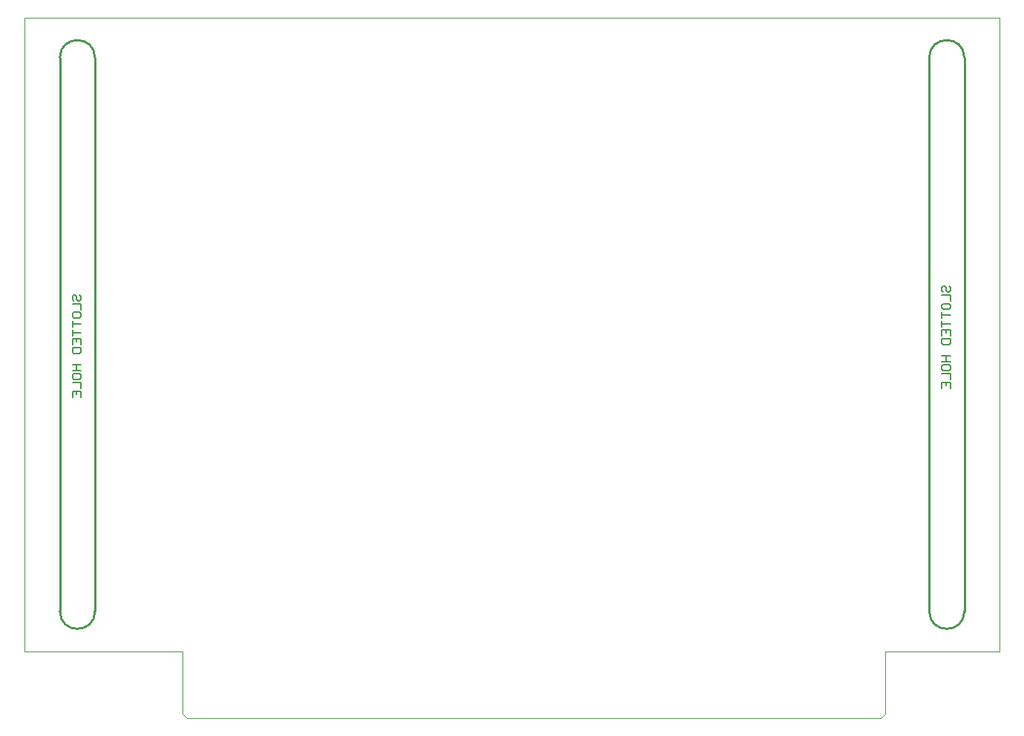
<source format=gm1>
G04*
G04 #@! TF.GenerationSoftware,Altium Limited,Altium Designer,22.7.1 (60)*
G04*
G04 Layer_Color=16711935*
%FSLAX25Y25*%
%MOIN*%
G70*
G04*
G04 #@! TF.SameCoordinates,2523DF05-C556-4EAC-BD35-470FC2708FD3*
G04*
G04*
G04 #@! TF.FilePolarity,Positive*
G04*
G01*
G75*
%ADD15C,0.01000*%
%ADD26C,0.00394*%
%ADD27C,0.00709*%
D15*
X422047Y267000D02*
G03*
X406299Y267000I-7874J0D01*
G01*
Y18000D02*
G03*
X422047Y18000I7874J0D01*
G01*
X15748D02*
G03*
X31496Y18000I7874J0D01*
G01*
Y267000D02*
G03*
X15748Y267000I-7874J0D01*
G01*
X422047Y18000D02*
Y267000D01*
X406299Y18000D02*
Y267000D01*
X15748Y18000D02*
Y267000D01*
X31496Y18000D02*
Y267000D01*
D26*
X72852Y-30000D02*
X384631D01*
X70866Y-28015D02*
X72852Y-30000D01*
X70866Y-28015D02*
Y0D01*
X0D02*
X70866D01*
X0D02*
Y285000D01*
X437795D01*
Y0D02*
Y285000D01*
X386614Y0D02*
X437795D01*
X386614Y-28017D02*
Y0D01*
X384631Y-30000D02*
X386614Y-28017D01*
D27*
X412525Y161651D02*
X411868Y162306D01*
Y163618D01*
X412525Y164274D01*
X413180D01*
X413836Y163618D01*
Y162306D01*
X414492Y161651D01*
X415148D01*
X415804Y162306D01*
Y163618D01*
X415148Y164274D01*
X411868Y160338D02*
X415804D01*
Y157715D01*
X411868Y154435D02*
Y155747D01*
X412525Y156403D01*
X415148D01*
X415804Y155747D01*
Y154435D01*
X415148Y153779D01*
X412525D01*
X411868Y154435D01*
Y152467D02*
Y149843D01*
Y151155D01*
X415804D01*
X411868Y148531D02*
Y145907D01*
Y147219D01*
X415804D01*
X411868Y141972D02*
Y144596D01*
X415804D01*
Y141972D01*
X413836Y144596D02*
Y143284D01*
X411868Y140660D02*
X415804D01*
Y138692D01*
X415148Y138036D01*
X412525D01*
X411868Y138692D01*
Y140660D01*
Y132788D02*
X415804D01*
X413836D01*
Y130165D01*
X411868D01*
X415804D01*
X411868Y126885D02*
Y128197D01*
X412525Y128853D01*
X415148D01*
X415804Y128197D01*
Y126885D01*
X415148Y126229D01*
X412525D01*
X411868Y126885D01*
Y124917D02*
X415804D01*
Y122293D01*
X411868Y118357D02*
Y120981D01*
X415804D01*
Y118357D01*
X413836Y120981D02*
Y119669D01*
X22012Y157668D02*
X21356Y158324D01*
Y159635D01*
X22012Y160291D01*
X22668D01*
X23324Y159635D01*
Y158324D01*
X23979Y157668D01*
X24635D01*
X25291Y158324D01*
Y159635D01*
X24635Y160291D01*
X21356Y156356D02*
X25291D01*
Y153732D01*
X21356Y150452D02*
Y151764D01*
X22012Y152420D01*
X24635D01*
X25291Y151764D01*
Y150452D01*
X24635Y149796D01*
X22012D01*
X21356Y150452D01*
Y148484D02*
Y145860D01*
Y147172D01*
X25291D01*
X21356Y144548D02*
Y141925D01*
Y143236D01*
X25291D01*
X21356Y137989D02*
Y140613D01*
X25291D01*
Y137989D01*
X23324Y140613D02*
Y139301D01*
X21356Y136677D02*
X25291D01*
Y134709D01*
X24635Y134053D01*
X22012D01*
X21356Y134709D01*
Y136677D01*
Y128805D02*
X25291D01*
X23324D01*
Y126182D01*
X21356D01*
X25291D01*
X21356Y122902D02*
Y124214D01*
X22012Y124870D01*
X24635D01*
X25291Y124214D01*
Y122902D01*
X24635Y122246D01*
X22012D01*
X21356Y122902D01*
Y120934D02*
X25291D01*
Y118310D01*
X21356Y114374D02*
Y116998D01*
X25291D01*
Y114374D01*
X23324Y116998D02*
Y115686D01*
M02*

</source>
